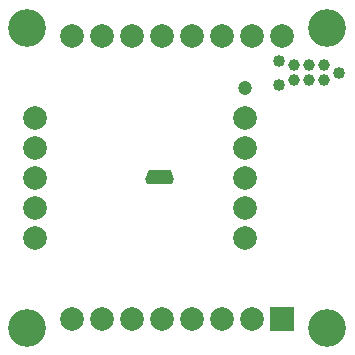
<source format=gts>
G04 DipTrace 2.3.1.0*
%INminishift_TopMask.gts*%
%MOIN*%
%ADD31C,0.04*%
%ADD32C,0.126*%
%ADD36C,0.0472*%
%ADD40C,0.0389*%
%ADD48C,0.0787*%
%ADD50R,0.0787X0.0787*%
%FSLAX44Y44*%
G04*
G70*
G90*
G75*
G01*
%LNTopMask*%
%LPD*%
D50*
X13736Y5512D3*
D48*
X12736D3*
X11736D3*
X10736D3*
X9736D3*
X8736D3*
X7736D3*
X6736D3*
Y14961D3*
X7736D3*
X8736D3*
X9736D3*
X10736D3*
X11736D3*
X12736D3*
X13736D3*
D40*
X15111Y13486D3*
X14611D3*
X14111D3*
Y13986D3*
X14611D3*
X15111D3*
D31*
X15611Y13736D3*
X13611Y13336D3*
Y14136D3*
D48*
X5486Y8236D3*
Y9236D3*
Y10236D3*
Y11236D3*
Y12236D3*
X12486D3*
Y11236D3*
Y10236D3*
Y9236D3*
Y8236D3*
D36*
Y13236D3*
G36*
X9171Y10181D2*
X9291Y10502D1*
X10011D1*
X10131Y10181D1*
X10051Y10021D1*
X9211D1*
D1*
X9171Y10181D1*
G37*
D32*
X15236Y15236D3*
Y5236D3*
X5236D3*
Y15236D3*
M02*

</source>
